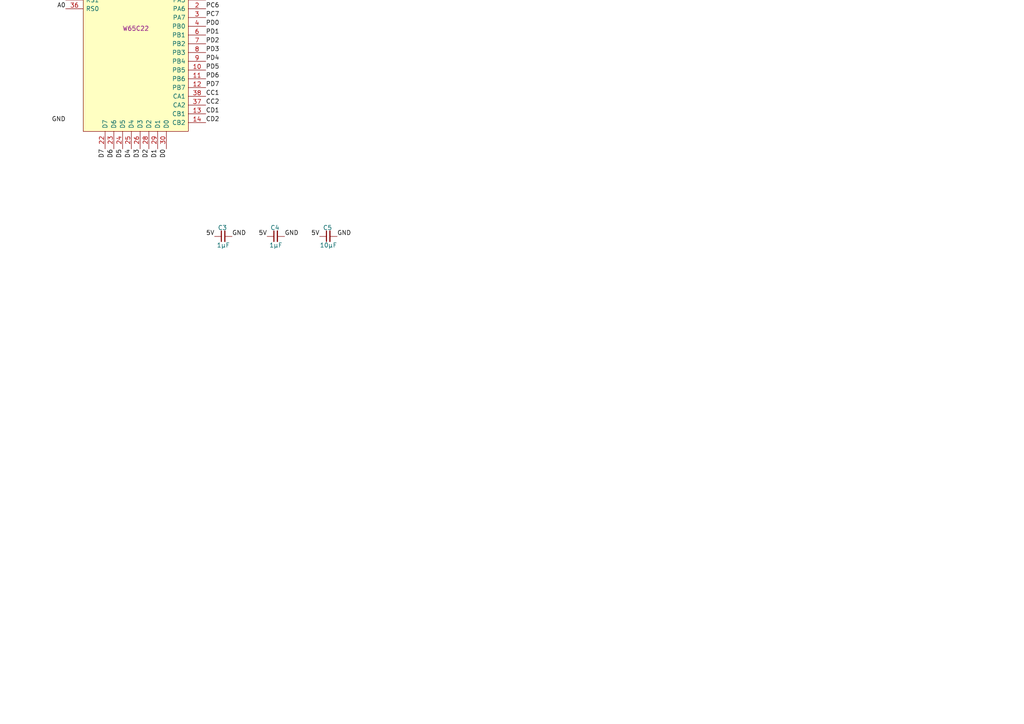
<source format=kicad_sch>
(kicad_sch (version 20231120) (generator "eeschema") (generator_version "8.0")
  (paper "A4")
  (lib_symbols
    (symbol "Connector_Generic:Conn_02x32_Counter_Clockwise" (pin_names (offset 1.016) hide)
      (property "Reference" "J" (at 1.27 40.64 0))
      (property "Value" "Conn_02x32_Counter_Clockwise" (at 1.27 -43.18 0))
      (symbol "Conn_02x32_Counter_Clockwise_1_1"
        (rectangle (start -1.27 -40.513) (end 0 -40.767) (stroke (width 0.1524)))
        (rectangle (start -1.27 -37.973) (end 0 -38.227) (stroke (width 0.1524)))
        (rectangle (start -1.27 -35.433) (end 0 -35.687) (stroke (width 0.1524)))
        (rectangle (start -1.27 -32.893) (end 0 -33.147) (stroke (width 0.1524)))
        (rectangle (start -1.27 -30.353) (end 0 -30.607) (stroke (width 0.1524)))
        (rectangle (start -1.27 -27.813) (end 0 -28.067) (stroke (width 0.1524)))
        (rectangle (start -1.27 -25.273) (end 0 -25.527) (stroke (width 0.1524)))
        (rectangle (start -1.27 -22.733) (end 0 -22.987) (stroke (width 0.1524)))
        (rectangle (start -1.27 -20.193) (end 0 -20.447) (stroke (width 0.1524)))
        (rectangle (start -1.27 -17.653) (end 0 -17.907) (stroke (width 0.1524)))
        (rectangle (start -1.27 -15.113) (end 0 -15.367) (stroke (width 0.1524)))
        (rectangle (start -1.27 -12.573) (end 0 -12.827) (stroke (width 0.1524)))
        (rectangle (start -1.27 -10.033) (end 0 -10.287) (stroke (width 0.1524)))
        (rectangle (start -1.27 -7.493) (end 0 -7.747) (stroke (width 0.1524)))
        (rectangle (start -1.27 -4.953) (end 0 -5.207) (stroke (width 0.1524)))
        (rectangle (start -1.27 -2.413) (end 0 -2.667) (stroke (width 0.1524)))
        (rectangle (start -1.27 0.127) (end 0 -0.127) (stroke (width 0.1524)))
        (rectangle (start -1.27 2.667) (end 0 2.413) (stroke (width 0.1524)))
        (rectangle (start -1.27 5.207) (end 0 4.953) (stroke (width 0.1524)))
        (rectangle (start -1.27 7.747) (end 0 7.493) (stroke (width 0.1524)))
        (rectangle (start -1.27 10.287) (end 0 10.033) (stroke (width 0.1524)))
        (rectangle (start -1.27 12.827) (end 0 12.573) (stroke (width 0.1524)))
        (rectangle (start -1.27 15.367) (end 0 15.113) (stroke (width 0.1524)))
        (rectangle (start -1.27 17.907) (end 0 17.653) (stroke (width 0.1524)))
        (rectangle (start -1.27 20.447) (end 0 20.193) (stroke (width 0.1524)))
        (rectangle (start -1.27 22.987) (end 0 22.733) (stroke (width 0.1524)))
        (rectangle (start -1.27 25.527) (end 0 25.273) (stroke (width 0.1524)))
        (rectangle (start -1.27 28.067) (end 0 27.813) (stroke (width 0.1524)))
        (rectangle (start -1.27 30.607) (end 0 30.353) (stroke (width 0.1524)))
        (rectangle (start -1.27 33.147) (end 0 32.893) (stroke (width 0.1524)))
        (rectangle (start -1.27 35.687) (end 0 35.433) (stroke (width 0.1524)))
        (rectangle (start -1.27 38.227) (end 0 37.973) (stroke (width 0.1524)))
        (rectangle (start -1.27 39.37) (end 3.81 -41.91) (stroke (width 0.254)) (fill (type background)))
        (rectangle (start 3.81 -40.513) (end 2.54 -40.767) (stroke (width 0.1524)))
        (rectangle (start 3.81 -37.973) (end 2.54 -38.227) (stroke (width 0.1524)))
        (rectangle (start 3.81 -35.433) (end 2.54 -35.687) (stroke (width 0.1524)))
        (rectangle (start 3.81 -32.893) (end 2.54 -33.147) (stroke (width 0.1524)))
        (rectangle (start 3.81 -30.353) (end 2.54 -30.607) (stroke (width 0.1524)))
        (rectangle (start 3.81 -27.813) (end 2.54 -28.067) (stroke (width 0.1524)))
        (rectangle (start 3.81 -25.273) (end 2.54 -25.527) (stroke (width 0.1524)))
        (rectangle (start 3.81 -22.733) (end 2.54 -22.987) (stroke (width 0.1524)))
        (rectangle (start 3.81 -20.193) (end 2.54 -20.447) (stroke (width 0.1524)))
        (rectangle (start 3.81 -17.653) (end 2.54 -17.907) (stroke (width 0.1524)))
        (rectangle (start 3.81 -15.113) (end 2.54 -15.367) (stroke (width 0.1524)))
        (rectangle (start 3.81 -12.573) (end 2.54 -12.827) (stroke (width 0.1524)))
        (rectangle (start 3.81 -10.033) (end 2.54 -10.287) (stroke (width 0.1524)))
        (rectangle (start 3.81 -7.493) (end 2.54 -7.747) (stroke (width 0.1524)))
        (rectangle (start 3.81 -4.953) (end 2.54 -5.207) (stroke (width 0.1524)))
        (rectangle (start 3.81 -2.413) (end 2.54 -2.667) (stroke (width 0.1524)))
        (rectangle (start 3.81 0.127) (end 2.54 -0.127) (stroke (width 0.1524)))
        (rectangle (start 3.81 2.667) (end 2.54 2.413) (stroke (width 0.1524)))
        (rectangle (start 3.81 5.207) (end 2.54 4.953) (stroke (width 0.1524)))
        (rectangle (start 3.81 7.747) (end 2.54 7.493) (stroke (width 0.1524)))
        (rectangle (start 3.81 10.287) (end 2.54 10.033) (stroke (width 0.1524)))
        (rectangle (start 3.81 12.827) (end 2.54 12.573) (stroke (width 0.1524)))
        (rectangle (start 3.81 15.367) (end 2.54 15.113) (stroke (width 0.1524)))
        (rectangle (start 3.81 17.907) (end 2.54 17.653) (stroke (width 0.1524)))
        (rectangle (start 3.81 20.447) (end 2.54 20.193) (stroke (width 0.1524)))
        (rectangle (start 3.81 22.987) (end 2.54 22.733) (stroke (width 0.1524)))
        (rectangle (start 3.81 25.527) (end 2.54 25.273) (stroke (width 0.1524)))
        (rectangle (start 3.81 28.067) (end 2.54 27.813) (stroke (width 0.1524)))
        (rectangle (start 3.81 30.607) (end 2.54 30.353) (stroke (width 0.1524)))
        (rectangle (start 3.81 33.147) (end 2.54 32.893) (stroke (width 0.1524)))
        (rectangle (start 3.81 35.687) (end 2.54 35.433) (stroke (width 0.1524)))
        (rectangle (start 3.81 38.227) (end 2.54 37.973) (stroke (width 0.1524)))
        (pin passive line (at -5.08 38.1 0) (length 3.81) (name "Pin_1") (number "1"))
        (pin passive line (at -5.08 15.24 0) (length 3.81) (name "Pin_10") (number "10"))
        (pin passive line (at -5.08 12.7 0) (length 3.81) (name "Pin_11") (number "11"))
        (pin passive line (at -5.08 10.16 0) (length 3.81) (name "Pin_12") (number "12"))
        (pin passive line (at -5.08 7.62 0) (length 3.81) (name "Pin_13") (number "13"))
        (pin passive line (at -5.08 5.08 0) (length 3.81) (name "Pin_14") (number "14"))
        (pin passive line (at -5.08 2.54 0) (length 3.81) (name "Pin_15") (number "15"))
        (pin passive line (at -5.08 0 0) (length 3.81) (name "Pin_16") (number "16"))
        (pin passive line (at -5.08 -2.54 0) (length 3.81) (name "Pin_17") (number "17"))
        (pin passive line (at -5.08 -5.08 0) (length 3.81) (name "Pin_18") (number "18"))
        (pin passive line (at -5.08 -7.62 0) (length 3.81) (name "Pin_19") (number "19"))
        (pin passive line (at -5.08 35.56 0) (length 3.81) (name "Pin_2") (number "2"))
        (pin passive line (at -5.08 -10.16 0) (length 3.81) (name "Pin_20") (number "20"))
        (pin passive line (at -5.08 -12.7 0) (length 3.81) (name "Pin_21") (number "21"))
        (pin passive line (at -5.08 -15.24 0) (length 3.81) (name "Pin_22") (number "22"))
        (pin passive line (at -5.08 -17.78 0) (length 3.81) (name "Pin_23") (number "23"))
        (pin passive line (at -5.08 -20.32 0) (length 3.81) (name "Pin_24") (number "24"))
        (pin passive line (at -5.08 -22.86 0) (length 3.81) (name "Pin_25") (number "25"))
        (pin passive line (at -5.08 -25.4 0) (length 3.81) (name "Pin_26") (number "26"))
        (pin passive line (at -5.08 -27.94 0) (length 3.81) (name "Pin_27") (number "27"))
        (pin passive line (at -5.08 -30.48 0) (length 3.81) (name "Pin_28") (number "28"))
        (pin passive line (at -5.08 -33.02 0) (length 3.81) (name "Pin_29") (number "29"))
        (pin passive line (at -5.08 33.02 0) (length 3.81) (name "Pin_3") (number "3"))
        (pin passive line (at -5.08 -35.56 0) (length 3.81) (name "Pin_30") (number "30"))
        (pin passive line (at -5.08 -38.1 0) (length 3.81) (name "Pin_31") (number "31"))
        (pin passive line (at -5.08 -40.64 0) (length 3.81) (name "Pin_32") (number "32"))
        (pin passive line (at 7.62 -40.64 180) (length 3.81) (name "Pin_33") (number "33"))
        (pin passive line (at 7.62 -38.1 180) (length 3.81) (name "Pin_34") (number "34"))
        (pin passive line (at 7.62 -35.56 180) (length 3.81) (name "Pin_35") (number "35"))
        (pin passive line (at 7.62 -33.02 180) (length 3.81) (name "Pin_36") (number "36"))
        (pin passive line (at 7.62 -30.48 180) (length 3.81) (name "Pin_37") (number "37"))
        (pin passive line (at 7.62 -27.94 180) (length 3.81) (name "Pin_38") (number "38"))
        (pin passive line (at 7.62 -25.4 180) (length 3.81) (name "Pin_39") (number "39"))
        (pin passive line (at -5.08 30.48 0) (length 3.81) (name "Pin_4") (number "4"))
        (pin passive line (at 7.62 -22.86 180) (length 3.81) (name "Pin_40") (number "40"))
        (pin passive line (at 7.62 -20.32 180) (length 3.81) (name "Pin_41") (number "41"))
        (pin passive line (at 7.62 -17.78 180) (length 3.81) (name "Pin_42") (number "42"))
        (pin passive line (at 7.62 -15.24 180) (length 3.81) (name "Pin_43") (number "43"))
        (pin passive line (at 7.62 -12.7 180) (length 3.81) (name "Pin_44") (number "44"))
        (pin passive line (at 7.62 -10.16 180) (length 3.81) (name "Pin_45") (number "45"))
        (pin passive line (at 7.62 -7.62 180) (length 3.81) (name "Pin_46") (number "46"))
        (pin passive line (at 7.62 -5.08 180) (length 3.81) (name "Pin_47") (number "47"))
        (pin passive line (at 7.62 -2.54 180) (length 3.81) (name "Pin_48") (number "48"))
        (pin passive line (at 7.62 0 180) (length 3.81) (name "Pin_49") (number "49"))
        (pin passive line (at -5.08 27.94 0) (length 3.81) (name "Pin_5") (number "5"))
        (pin passive line (at 7.62 2.54 180) (length 3.81) (name "Pin_50") (number "50"))
        (pin passive line (at 7.62 5.08 180) (length 3.81) (name "Pin_51") (number "51"))
        (pin passive line (at 7.62 7.62 180) (length 3.81) (name "Pin_52") (number "52"))
        (pin passive line (at 7.62 10.16 180) (length 3.81) (name "Pin_53") (number "53"))
        (pin passive line (at 7.62 12.7 180) (length 3.81) (name "Pin_54") (number "54"))
        (pin passive line (at 7.62 15.24 180) (length 3.81) (name "Pin_55") (number "55"))
        (pin passive line (at 7.62 17.78 180) (length 3.81) (name "Pin_56") (number "56"))
        (pin passive line (at 7.62 20.32 180) (length 3.81) (name "Pin_57") (number "57"))
        (pin passive line (at 7.62 22.86 180) (length 3.81) (name "Pin_58") (number "58"))
        (pin passive line (at 7.62 25.4 180) (length 3.81) (name "Pin_59") (number "59"))
        (pin passive line (at -5.08 25.4 0) (length 3.81) (name "Pin_6") (number "6"))
        (pin passive line (at 7.62 27.94 180) (length 3.81) (name "Pin_60") (number "60"))
        (pin passive line (at 7.62 30.48 180) (length 3.81) (name "Pin_61") (number "61"))
        (pin passive line (at 7.62 33.02 180) (length 3.81) (name "Pin_62") (number "62"))
        (pin passive line (at 7.62 35.56 180) (length 3.81) (name "Pin_63") (number "63"))
        (pin passive line (at 7.62 38.1 180) (length 3.81) (name "Pin_64") (number "64"))
        (pin passive line (at -5.08 22.86 0) (length 3.81) (name "Pin_7") (number "7"))
        (pin passive line (at -5.08 20.32 0) (length 3.81) (name "Pin_8") (number "8"))
        (pin passive line (at -5.08 17.78 0) (length 3.81) (name "Pin_9") (number "9"))
      )
    )
    (symbol "HCP65:C_0805" (pin_numbers hide) (pin_names (offset 0.254) hide)
      (property "Reference" "C" (at 2.286 2.54 0))
      (property "Value" "?μF" (at 2.54 -2.54 0))
      (symbol "C_0805_0_1"
        (polyline (pts (xy 1.9685 -1.4605) (xy 1.9685 1.5875)) (stroke (width 0.3048)))
        (polyline (pts (xy 2.9845 -1.4605) (xy 2.9845 1.5875)) (stroke (width 0.3302)))
      )
      (symbol "C_0805_1_1"
        (pin passive line (at 0 0 0) (length 2.032) (name "~") (number "1"))
        (pin passive line (at 5.08 0 180) (length 2.032) (name "~") (number "2"))
      )
    )
    (symbol "WDC:W65C22S6TQG-14" (pin_names (offset 0.762))
      (property "Reference" "IC" (at 19.685 13.335 0))
      (property "Value" "W65C22S6TQG-14" (at 20.32 11.43 0))
      (property "Description" "W65C22" (at 20.32 -17.78 0))
      (symbol "W65C22S6TQG-14_0_0"
        (pin tri_state line (at 40.64 -9.525 180) (length 5.08) (name "PA5") (number "1"))
        (pin tri_state line (at 40.64 -29.845 180) (length 5.08) (name "PB5") (number "10"))
        (pin tri_state line (at 40.64 -32.385 180) (length 5.08) (name "PB6") (number "11"))
        (pin tri_state line (at 40.64 -34.925 180) (length 5.08) (name "PB7") (number "12"))
        (pin tri_state line (at 40.64 -42.545 180) (length 5.08) (name "CB1") (number "13"))
        (pin tri_state line (at 40.64 -45.085 180) (length 5.08) (name "CB2") (number "14"))
        (pin tri_state line (at 40.64 -12.065 180) (length 5.08) (name "PA6") (number "2"))
        (pin input line (at 0 8.255 0) (length 5.08) (name "PHI2") (number "21"))
        (pin tri_state line (at 11.43 -52.705 90) (length 5.08) (name "D7") (number "22"))
        (pin tri_state line (at 13.97 -52.705 90) (length 5.08) (name "D6") (number "23"))
        (pin tri_state line (at 16.51 -52.705 90) (length 5.08) (name "D5") (number "24"))
        (pin tri_state line (at 19.05 -52.705 90) (length 5.08) (name "D4") (number "25"))
        (pin tri_state line (at 21.59 -52.705 90) (length 5.08) (name "D3") (number "26"))
        (pin tri_state line (at 24.13 -52.705 90) (length 5.08) (name "D2") (number "28"))
        (pin tri_state line (at 26.67 -52.705 90) (length 5.08) (name "D1") (number "29"))
        (pin tri_state line (at 40.64 -14.605 180) (length 5.08) (name "PA7") (number "3"))
        (pin tri_state line (at 29.21 -52.705 90) (length 5.08) (name "D0") (number "30"))
        (pin input line (at 0 -4.445 0) (length 5.08) (name "RS3") (number "33"))
        (pin input line (at 0 -6.985 0) (length 5.08) (name "RS2") (number "34"))
        (pin input line (at 0 -9.525 0) (length 5.08) (name "RS1") (number "35"))
        (pin input line (at 0 -12.065 0) (length 5.08) (name "RS0") (number "36"))
        (pin tri_state line (at 40.64 -40.005 180) (length 5.08) (name "CA2") (number "37"))
        (pin tri_state line (at 40.64 -37.465 180) (length 5.08) (name "CA1") (number "38"))
        (pin tri_state line (at 40.64 -17.145 180) (length 5.08) (name "PB0") (number "4"))
        (pin tri_state line (at 40.64 3.175 180) (length 5.08) (name "PA0") (number "40"))
        (pin tri_state line (at 40.64 0.635 180) (length 5.08) (name "PA1") (number "41"))
        (pin tri_state line (at 40.64 -1.905 180) (length 5.08) (name "PA2") (number "42"))
        (pin tri_state line (at 40.64 -4.445 180) (length 5.08) (name "PA3") (number "43"))
        (pin tri_state line (at 40.64 -6.985 180) (length 5.08) (name "PA4") (number "44"))
        (pin tri_state line (at 40.64 -19.685 180) (length 5.08) (name "PB1") (number "6"))
        (pin tri_state line (at 40.64 -22.225 180) (length 5.08) (name "PB2") (number "7"))
        (pin tri_state line (at 40.64 -24.765 180) (length 5.08) (name "PB3") (number "8"))
        (pin tri_state line (at 40.64 -27.305 180) (length 5.08) (name "PB4") (number "9"))
      )
      (symbol "W65C22S6TQG-14_0_1"
        (polyline (pts (xy 5.08 10.16) (xy 35.56 10.16) (xy 35.56 -47.625) (xy 5.08 -47.625) (xy 5.08 10.16)) (stroke (width 0.1524)) (fill (type background)))
      )
      (symbol "W65C22S6TQG-14_1_0"
        (pin passive line (at 40.64 8.255 180) (length 5.08) (name "5V") (number "15"))
        (pin no_connect line (at 0 -34.925 0) (length 5.08) hide (name "N.C.") (number "16"))
        (pin output line (at 40.64 5.715 180) (length 5.08) (name "~{IRQ}") (number "17"))
        (pin input line (at 0 3.175 0) (length 5.08) (name "R~{W}") (number "18"))
        (pin input inverted (at 0 0.635 0) (length 5.08) (name "~{CS2}") (number "19"))
        (pin input line (at 0 -1.905 0) (length 5.08) (name "CS1") (number "20"))
        (pin no_connect line (at 0 -42.545 0) (length 5.08) hide (name "N.C.") (number "27"))
        (pin input inverted (at 0 5.715 0) (length 5.08) (name "~{RES}") (number "31"))
        (pin no_connect line (at 0 -40.005 0) (length 5.08) hide (name "N.C.") (number "32"))
        (pin passive line (at 0 -45.085 0) (length 5.08) hide (name "GND") (number "39"))
        (pin no_connect line (at 0 -37.465 0) (length 5.08) hide (name "N.C.") (number "5"))
      )
    )
  )
  (wire (pts (xy 59.69 -93.98) (xy 69.85 -93.98)))
  (wire (pts (xy 59.69 -15.24) (xy 69.85 -15.24)))
  (label "GND" (at 67.31 68.58 0))
  (label "PD3" (at 59.69 15.24 0))
  (label "D3" (at -30.48 -41.91 180))
  (label "PA2" (at 59.69 -86.36 0))
  (label "PA4" (at -17.78 -59.69 0))
  (label "5V" (at 19.05 -7.62 180))
  (label "A0" (at -30.48 -19.05 180))
  (label "GND" (at -17.78 -24.13 0))
  (label "D2" (at -30.48 -39.37 180))
  (label "PA4" (at 59.69 -81.28 0))
  (label "PC7" (at -17.78 -11.43 0))
  (label "D1" (at 45.72 43.18 270))
  (label "CA1" (at 59.69 -50.8 0))
  (label "PA0" (at 59.69 -91.44 0))
  (label "PA7" (at -17.78 -67.31 0))
  (label "D6" (at 33.02 -35.56 270))
  (label "CD2" (at 59.69 35.56 0))
  (label "PA1" (at -17.78 -49.53 0))
  (label "PHI2" (at 19.05 -17.78 180))
  (label "PA7" (at 59.69 -73.66 0))
  (label "Device ~{CS}_{CD}" (at -30.48 -31.75 180))
  (label "~{Reset}" (at 19.05 -93.98 180))
  (label "PC6" (at -17.78 -8.89 0))
  (label "PHI2" (at 19.05 -96.52 180))
  (label "CB1" (at -30.48 -69.85 180))
  (label "GND" (at 19.05 35.56 180))
  (label "Device ~{CS}_{AB}" (at -30.48 -54.61 180))
  (label "PA3" (at 59.69 -83.82 0))
  (label "R~{W}" (at 19.05 -91.44 180))
  (label "A2" (at 19.05 -2.54 180))
  (label "PC5" (at -17.78 -3.81 0))
  (label "PC0" (at -30.48 -8.89 180))
  (label "R~{W}" (at 19.05 -12.7 180))
  (label "GND" (at 97.79 68.58 0))
  (label "PB2" (at -17.78 -74.93 0))
  (label "5V" (at 59.69 -96.52 0))
  (label "Device ~{CS}_{AB}" (at 19.05 -88.9 180))
  (label "CC2" (at 59.69 30.48 0))
  (label "D1" (at 45.72 -35.56 270))
  (label "PD0" (at -17.78 -13.97 0))
  (label "PC2" (at 59.69 -7.62 0))
  (label "PA6" (at 59.69 -76.2 0))
  (label "PB3" (at -17.78 -77.47 0))
  (label "D6" (at 33.02 43.18 270))
  (label "PA3" (at -17.78 -54.61 0))
  (label "D5" (at 35.56 43.18 270))
  (label "PB0" (at 59.69 -71.12 0))
  (label "PC1" (at 59.69 -10.16 0))
  (label "CC2" (at -30.48 -13.97 180))
  (label "~{IRQ}_{AB}" (at -30.48 -74.93 180))
  (label "A3" (at 19.05 -5.08 180))
  (label "PD5" (at -17.78 -29.21 0))
  (label "PC4" (at -17.78 -1.27 0))
  (label "PA5" (at 59.69 -78.74 0))
  (label "D7" (at 30.48 -35.56 270))
  (label "CA1" (at -17.78 -44.45 0))
  (label "PB6" (at -30.48 -77.47 180))
  (label "PA1" (at 59.69 -88.9 0))
  (label "D2" (at 43.18 43.18 270))
  (label "D3" (at 40.64 43.18 270))
  (label "PHI2" (at -30.48 -62.23 180))
  (label "D4" (at 38.1 -35.56 270))
  (label "CD1" (at 59.69 33.02 0))
  (label "PA0" (at -17.78 -46.99 0))
  (label "PB4" (at 59.69 -60.96 0))
  (label "PB4" (at -17.78 -80.01 0))
  (label "5V" (at 59.69 -17.78 0))
  (label "CA2" (at -17.78 -41.91 0))
  (label "CB2" (at 59.69 -43.18 0))
  (label "PD2" (at 59.69 12.7 0))
  (label "PD7" (at 59.69 25.4 0))
  (label "CC1" (at 59.69 27.94 0))
  (label "PD7" (at -17.78 -34.29 0))
  (label "D6" (at -30.48 -49.53 180))
  (label "PB2" (at 59.69 -66.04 0))
  (label "D7" (at 30.48 43.18 270))
  (label "A1" (at -30.48 -21.59 180))
  (label "PD6" (at -17.78 -31.75 0))
  (label "D4" (at 38.1 43.18 270))
  (label "CA2" (at 59.69 -48.26 0))
  (label "D5" (at 35.56 -35.56 270))
  (label "A1" (at 19.05 0 180))
  (label "Device ~{CS}_{CD}" (at 19.05 -10.16 180))
  (label "PA6" (at -17.78 -64.77 0))
  (label "PA5" (at -17.78 -62.23 0))
  (label "PD4" (at 59.69 17.78 0))
  (label "D0" (at 48.26 -35.56 270))
  (label "PB7" (at -30.48 -72.39 180))
  (label "PB5" (at 59.69 -58.42 0))
  (label "PC4" (at 59.69 -2.54 0))
  (label "PC0" (at 59.69 -12.7 0))
  (label "PD6" (at 59.69 22.86 0))
  (label "~{IRQ}_{AB}" (at 69.85 -93.98 0))
  (label "PB1" (at -17.78 -72.39 0))
  (label "PB7" (at 59.69 -53.34 0))
  (label "CB2" (at -30.48 -67.31 180))
  (label "PB0" (at -17.78 -69.85 0))
  (label "~{IRQ}_{CD}" (at -30.48 -16.51 180))
  (label "D0" (at 48.26 43.18 270))
  (label "A0" (at 19.05 -76.2 180))
  (label "PC5" (at 59.69 0 0))
  (label "PD5" (at 59.69 20.32 0))
  (label "D5" (at -30.48 -46.99 180))
  (label "D1" (at -30.48 -36.83 180))
  (label "GND" (at -30.48 -24.13 180))
  (label "CD2" (at -17.78 -39.37 0))
  (label "CB1" (at 59.69 -45.72 0))
  (label "A3" (at -30.48 -29.21 180))
  (label "GND" (at -30.48 -57.15 180))
  (label "PD4" (at -17.78 -26.67 0))
  (label "PB3" (at 59.69 -63.5 0))
  (label "PC3" (at -30.48 -1.27 180))
  (label "PB5" (at -30.48 -80.01 180))
  (label "D3" (at 40.64 -35.56 270))
  (label "PC3" (at 59.69 -5.08 0))
  (label "~{Reset}" (at 19.05 -15.24 180))
  (label "GND" (at 82.55 68.58 0))
  (label "~{IRQ}_{CD}" (at 69.85 -15.24 0))
  (label "D4" (at -30.48 -44.45 180))
  (label "R~{W}" (at -30.48 -59.69 180))
  (label "PD0" (at 59.69 7.62 0))
  (label "CD1" (at -17.78 -36.83 0))
  (label "5V" (at 92.71 68.58 180))
  (label "D7" (at -30.48 -52.07 180))
  (label "PB6" (at 59.69 -55.88 0))
  (label "PC2" (at -30.48 -3.81 180))
  (label "PC7" (at 59.69 5.08 0))
  (label "PC1" (at -30.48 -6.35 180))
  (label "PD1" (at 59.69 10.16 0))
  (label "PB1" (at 59.69 -68.58 0))
  (label "A2" (at -30.48 -26.67 180))
  (label "A0" (at 19.05 2.54 180))
  (label "A3" (at 19.05 -83.82 180))
  (label "PD3" (at -17.78 -21.59 0))
  (label "~{Reset}" (at -30.48 -64.77 180))
  (label "A2" (at 19.05 -81.28 180))
  (label "GND" (at -17.78 -57.15 0))
  (label "5V" (at -17.78 -6.35 0))
  (label "PC6" (at 59.69 2.54 0))
  (label "PA2" (at -17.78 -52.07 0))
  (label "CC1" (at -30.48 -11.43 180))
  (label "5V" (at 19.05 -86.36 180))
  (label "D2" (at 43.18 -35.56 270))
  (label "D0" (at -30.48 -34.29 180))
  (label "5V" (at 62.23 68.58 180))
  (label "A1" (at 19.05 -78.74 180))
  (label "5V" (at 77.47 68.58 180))
  (label "PD1" (at -17.78 -16.51 0))
  (label "PD2" (at -17.78 -19.05 0))
  (label "GND" (at 19.05 -43.18 180))
  (symbol (lib_id "HCP65:C_0805") (at 77.47 68.58 0) (unit 1)
    (property "Reference" "C4" (at 79.756 66.04 0))
    (property "Value" "1μF" (at 80.01 71.12 0))
    (property "Footprint" "SamacSys_Parts:C_0805" (effects (hide yes)))
  )
  (symbol (lib_id "WDC:W65C22S6TQG-14") (at 19.05 -88.265 0) (unit 1)
    (property "Reference" "IC1" (at 38.735 -101.6 0))
    (property "Value" "W65C22S6TQG-14" (at 39.37 -99.695 0) (effects (font (bold yes))))
    (property "Footprint" "SamacSys_Parts:QFP80P1320X1320X270-44N" (effects (hide yes)))
    (property "Description" "W65C22" (at 39.37 -70.485 0))
    (property "Height" "2.7" (effects (hide yes)))
    (property "Mouser Part Number" "955-W65C22S6TQG-14" (effects (hide yes)))
    (property "Mouser Price/Stock" "https://www.mouser.co.uk/ProductDetail/Western-Design-Center-WDC/W65C22S6TQG-14?qs=9lcNTSmDlCo21Y0m5rRDww%3D%3D" (effects (hide yes)))
    (property "Manufacturer_Name" "Western Design Center (WDC)" (effects (hide yes)))
    (property "Manufacturer_Part_Number" "W65C22S6TQG-14" (effects (hide yes)))
    (property "Silkscreen" "W65C22S" (effects (hide yes)))
    (property "Garbage" "I/O Controller Interface IC" (effects (hide yes)))
  )
  (symbol (lib_id "HCP65:C_0805") (at 92.71 68.58 0) (unit 1)
    (property "Reference" "C5" (at 94.996 66.04 0))
    (property "Value" "10μF" (at 95.25 71.12 0))
    (property "Footprint" "SamacSys_Parts:C_0805" (effects (hide yes)))
  )
  (symbol (lib_id "HCP65:C_0805") (at 62.23 68.58 0) (unit 1)
    (property "Reference" "C3" (at 64.516 66.04 0))
    (property "Value" "1μF" (at 64.77 71.12 0))
    (property "Footprint" "SamacSys_Parts:C_0805" (effects (hide yes)))
  )
  (symbol (lib_id "Connector_Generic:Conn_02x32_Counter_Clockwise") (at -25.4 -41.91 0) (unit 1)
    (property "Reference" "J1" (at -24.13 -82.55 0))
    (property "Value" "Conn_02x32_Counter_Clockwise" (at -24.13 1.27 0))
    (property "Footprint" "SamacSys_Parts:DIP-64_Board_W22.86mm" (effects (hide yes)))
    (property "Description" "Generic connector, double row, 02x32, counter clockwise pin numbering scheme (similar to DIP package numbering), script generated (kicad-library-utils/schlib/autogen/connector/)" (effects (hide yes)))
  )
  (symbol (lib_id "WDC:W65C22S6TQG-14") (at 19.05 -9.525 0) (unit 1)
    (property "Reference" "IC2" (at 38.735 -22.86 0))
    (property "Value" "W65C22S6TQG-14" (at 39.37 -20.955 0) (effects (font (bold yes))))
    (property "Footprint" "SamacSys_Parts:QFP80P1320X1320X270-44N" (effects (hide yes)))
    (property "Description" "W65C22" (at 39.37 8.255 0))
    (property "Height" "2.7" (effects (hide yes)))
    (property "Mouser Part Number" "955-W65C22S6TQG-14" (effects (hide yes)))
    (property "Mouser Price/Stock" "https://www.mouser.co.uk/ProductDetail/Western-Design-Center-WDC/W65C22S6TQG-14?qs=9lcNTSmDlCo21Y0m5rRDww%3D%3D" (effects (hide yes)))
    (property "Manufacturer_Name" "Western Design Center (WDC)" (effects (hide yes)))
    (property "Manufacturer_Part_Number" "W65C22S6TQG-14" (effects (hide yes)))
    (property "Silkscreen" "W65C22S" (effects (hide yes)))
    (property "Garbage" "I/O Controller Interface IC" (effects (hide yes)))
  )
)
</source>
